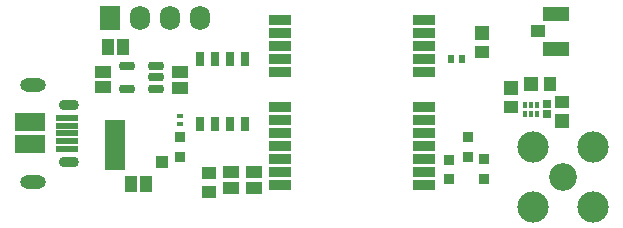
<source format=gts>
G04*
G04 #@! TF.GenerationSoftware,Altium Limited,Altium Designer,22.2.1 (43)*
G04*
G04 Layer_Color=8388736*
%FSLAX25Y25*%
%MOIN*%
G70*
G04*
G04 #@! TF.SameCoordinates,F9679001-C221-457E-AD06-5865B11B1ABB*
G04*
G04*
G04 #@! TF.FilePolarity,Negative*
G04*
G01*
G75*
%ADD39R,0.07480X0.03740*%
%ADD40R,0.04737X0.04540*%
%ADD41R,0.04528X0.04331*%
%ADD42R,0.04540X0.04737*%
%ADD43R,0.04331X0.04528*%
%ADD44R,0.01654X0.02441*%
%ADD45R,0.02756X0.02520*%
%ADD46R,0.02795X0.05118*%
%ADD47R,0.05709X0.04134*%
%ADD48R,0.04134X0.05709*%
G04:AMPARAMS|DCode=49|XSize=51.58mil|YSize=27.17mil|CornerRadius=7.78mil|HoleSize=0mil|Usage=FLASHONLY|Rotation=180.000|XOffset=0mil|YOffset=0mil|HoleType=Round|Shape=RoundedRectangle|*
%AMROUNDEDRECTD49*
21,1,0.05158,0.01161,0,0,180.0*
21,1,0.03602,0.02717,0,0,180.0*
1,1,0.01555,-0.01801,0.00581*
1,1,0.01555,0.01801,0.00581*
1,1,0.01555,0.01801,-0.00581*
1,1,0.01555,-0.01801,-0.00581*
%
%ADD49ROUNDEDRECTD49*%
%ADD50R,0.07441X0.02126*%
%ADD51R,0.10394X0.05965*%
%ADD52R,0.03740X0.03740*%
%ADD53R,0.07087X0.16535*%
%ADD54R,0.03937X0.03937*%
%ADD55R,0.02441X0.01496*%
%ADD56R,0.04528X0.04331*%
%ADD57R,0.09055X0.04528*%
%ADD58R,0.03543X0.03543*%
%ADD59R,0.02362X0.02756*%
%ADD60C,0.09252*%
%ADD61C,0.10433*%
%ADD62O,0.06693X0.03543*%
%ADD63O,0.08661X0.04528*%
%ADD64R,0.06693X0.08268*%
%ADD65O,0.06693X0.08268*%
D39*
X138246Y68762D02*
D03*
Y64431D02*
D03*
X90215D02*
D03*
X138246Y60101D02*
D03*
X90215D02*
D03*
X138246Y55770D02*
D03*
X90215D02*
D03*
Y68762D02*
D03*
X138246Y51439D02*
D03*
Y39628D02*
D03*
X90215D02*
D03*
X138246Y35297D02*
D03*
X90215D02*
D03*
X138246Y30967D02*
D03*
X90215D02*
D03*
X138246Y26636D02*
D03*
X90215D02*
D03*
X138246Y22305D02*
D03*
X90215D02*
D03*
X138246Y17975D02*
D03*
X90215D02*
D03*
X138246Y13644D02*
D03*
X90215Y51439D02*
D03*
Y13644D02*
D03*
D40*
X167323Y45865D02*
D03*
X184449Y34969D02*
D03*
X157579Y64398D02*
D03*
D41*
X167323Y39566D02*
D03*
X184449Y41269D02*
D03*
X66866Y11459D02*
D03*
Y17758D02*
D03*
X157579Y58099D02*
D03*
D42*
X174016Y47469D02*
D03*
D43*
X180315D02*
D03*
D44*
X172016Y37469D02*
D03*
X174016D02*
D03*
X176016D02*
D03*
Y40343D02*
D03*
X174016D02*
D03*
X172016D02*
D03*
D45*
X179331Y40804D02*
D03*
Y37402D02*
D03*
D46*
X68858Y33887D02*
D03*
X63858Y55737D02*
D03*
X68858D02*
D03*
X73858D02*
D03*
X78858D02*
D03*
Y33887D02*
D03*
X73858D02*
D03*
X63858D02*
D03*
D47*
X56890Y46091D02*
D03*
Y51209D02*
D03*
X31496Y46190D02*
D03*
Y51308D02*
D03*
X81581Y17856D02*
D03*
Y12738D02*
D03*
X73904Y12837D02*
D03*
Y17955D02*
D03*
D48*
X38091Y59674D02*
D03*
X32972D02*
D03*
X45853Y14116D02*
D03*
X40734D02*
D03*
D49*
X49134Y45796D02*
D03*
Y49536D02*
D03*
Y53276D02*
D03*
X39252D02*
D03*
Y45796D02*
D03*
D50*
X19291Y36052D02*
D03*
Y33493D02*
D03*
Y30934D02*
D03*
Y28375D02*
D03*
Y25816D02*
D03*
D51*
X7185Y34625D02*
D03*
Y27243D02*
D03*
D52*
X56876Y22876D02*
D03*
Y29569D02*
D03*
X158465Y22273D02*
D03*
Y15580D02*
D03*
X152953Y23060D02*
D03*
Y29753D02*
D03*
D53*
X35340Y26883D02*
D03*
D54*
X50891Y21174D02*
D03*
D55*
X56876Y36656D02*
D03*
Y34097D02*
D03*
D56*
X176378Y64891D02*
D03*
D57*
X182382Y70698D02*
D03*
Y59083D02*
D03*
D58*
X146640Y22089D02*
D03*
Y15593D02*
D03*
D59*
X150906Y55639D02*
D03*
X147323D02*
D03*
D60*
X184547Y16367D02*
D03*
D61*
X194547Y26367D02*
D03*
Y6367D02*
D03*
X174547D02*
D03*
Y26367D02*
D03*
D62*
X20098Y40481D02*
D03*
Y21387D02*
D03*
D63*
X7972Y14792D02*
D03*
Y47076D02*
D03*
D64*
X33740Y69418D02*
D03*
D65*
X43740D02*
D03*
X53740D02*
D03*
X63740D02*
D03*
M02*

</source>
